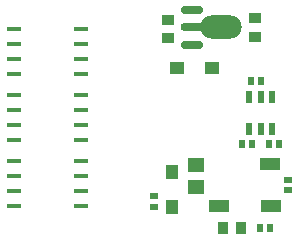
<source format=gbr>
G04 Layer_Color=128*
%FSLAX25Y25*%
%MOIN*%
%TF.FileFunction,Paste,Bot*%
%TF.Part,Single*%
G01*
G75*
%TA.AperFunction,SMDPad*%
%ADD16R,0.04528X0.01772*%
%TA.AperFunction,SMDPad*%
%ADD17R,0.02362X0.02559*%
%TA.AperFunction,SMDPad*%
%ADD18R,0.02559X0.02362*%
%TA.AperFunction,SMDPad*%
%ADD19R,0.02362X0.03937*%
%TA.AperFunction,SMDPad*%
%ADD20R,0.03858X0.03661*%
%TA.AperFunction,SMDPad*%
%ADD21O,0.13780X0.07874*%
%TA.AperFunction,SMDPad*%
%ADD22O,0.08268X0.02756*%
%TA.AperFunction,SMDPad*%
%ADD23O,0.07480X0.02756*%
%TA.AperFunction,SMDPad*%
%ADD24R,0.03937X0.04921*%
%TA.AperFunction,SMDPad*%
%ADD25R,0.05787X0.04567*%
%TA.AperFunction,SMDPad*%
%ADD26R,0.04921X0.03937*%
%TA.AperFunction,SMDPad*%
%ADD27R,0.03661X0.03858*%
%TA.AperFunction,SMDPad*%
%ADD28R,0.07087X0.03937*%
%TA.AperFunction,SMDPad*%
%ADD29R,0.07086X0.03937*%
D16*
X332740Y363500D02*
D03*
Y368500D02*
D03*
Y373500D02*
D03*
Y378500D02*
D03*
X355260Y363500D02*
D03*
Y368500D02*
D03*
Y373500D02*
D03*
Y378500D02*
D03*
X332740Y407500D02*
D03*
Y412500D02*
D03*
Y417500D02*
D03*
Y422500D02*
D03*
X355260Y407500D02*
D03*
Y412500D02*
D03*
Y417500D02*
D03*
Y422500D02*
D03*
X332740Y385500D02*
D03*
Y390500D02*
D03*
Y395500D02*
D03*
Y400500D02*
D03*
X355260Y385500D02*
D03*
Y390500D02*
D03*
Y395500D02*
D03*
Y400500D02*
D03*
D17*
X411827Y405000D02*
D03*
X415173D02*
D03*
X408827Y384000D02*
D03*
X412173D02*
D03*
X417827D02*
D03*
X421173D02*
D03*
X418173Y356000D02*
D03*
X414827D02*
D03*
D18*
X424000Y368827D02*
D03*
Y372173D02*
D03*
X379500Y363327D02*
D03*
Y366673D02*
D03*
D19*
X418740Y399913D02*
D03*
X415000D02*
D03*
X411260D02*
D03*
Y389087D02*
D03*
X415000D02*
D03*
X418740D02*
D03*
D20*
X413000Y419969D02*
D03*
Y426031D02*
D03*
X384000Y419468D02*
D03*
Y425531D02*
D03*
D21*
X401842Y423000D02*
D03*
D22*
X392394D02*
D03*
D23*
X392000Y428905D02*
D03*
Y417095D02*
D03*
D24*
X385500Y374807D02*
D03*
Y363193D02*
D03*
D25*
X393500Y377004D02*
D03*
Y369996D02*
D03*
D26*
X398807Y409500D02*
D03*
X387193D02*
D03*
D27*
X408532Y356000D02*
D03*
X402468D02*
D03*
D28*
X417969Y377588D02*
D03*
D29*
X418359Y363411D02*
D03*
X401027D02*
D03*
%TF.MD5,61950990A94E80C90B772C4F90ADCA3B*%
M02*

</source>
